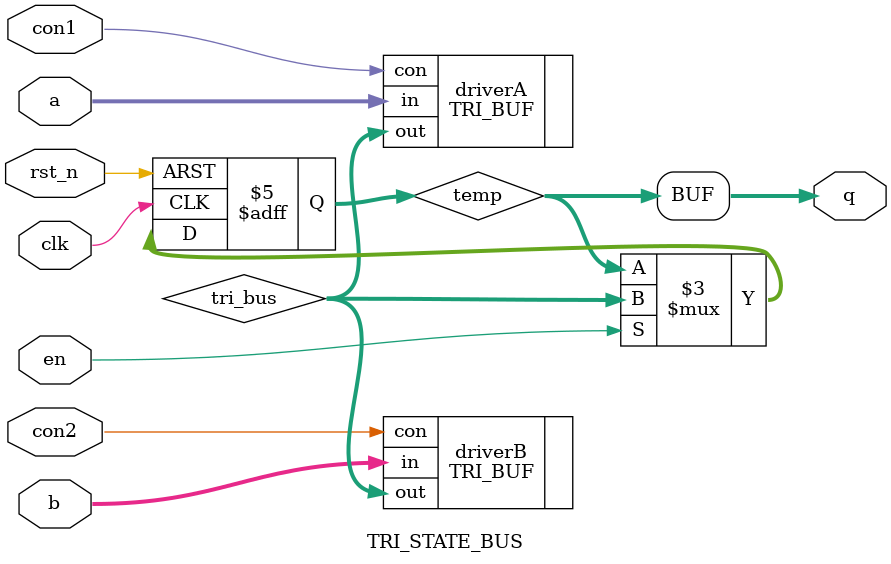
<source format=v>
module TRI_STATE_BUS #(
    // parameter
    parameter   DATA_WIDTH = 64
    )
    (
    // port
    input                       clk,
    input                       rst_n,
    input                       en,
    input                       con1, con2,     // bi-direction(con == 1'b1 -> data, 1'b0 -> highz)
    input   [DATA_WIDTH-1:0]    a, b,
    output  [DATA_WIDTH-1:0]    q
    );

    // tri_state_buffer
    tri [DATA_WIDTH-1:0]    tri_bus;
    reg [DATA_WIDTH-1:0]    temp;

    // buffer bus
    TRI_BUF #( .DATA_WIDTH(DATA_WIDTH) ) driverA ( .in(a), .con(con1), .out(tri_bus) );
    TRI_BUF #( .DATA_WIDTH(DATA_WIDTH) ) driverB ( .in(b), .con(con2), .out(tri_bus) );

    // register data from bus
    always @(posedge clk, negedge rst_n) begin
        if (!rst_n) begin
            temp <= {(DATA_WIDTH){1'b0}};
        end else if (en) begin
            temp <= tri_bus;
        end 
    end
    
    assign q = temp;

endmodule

</source>
